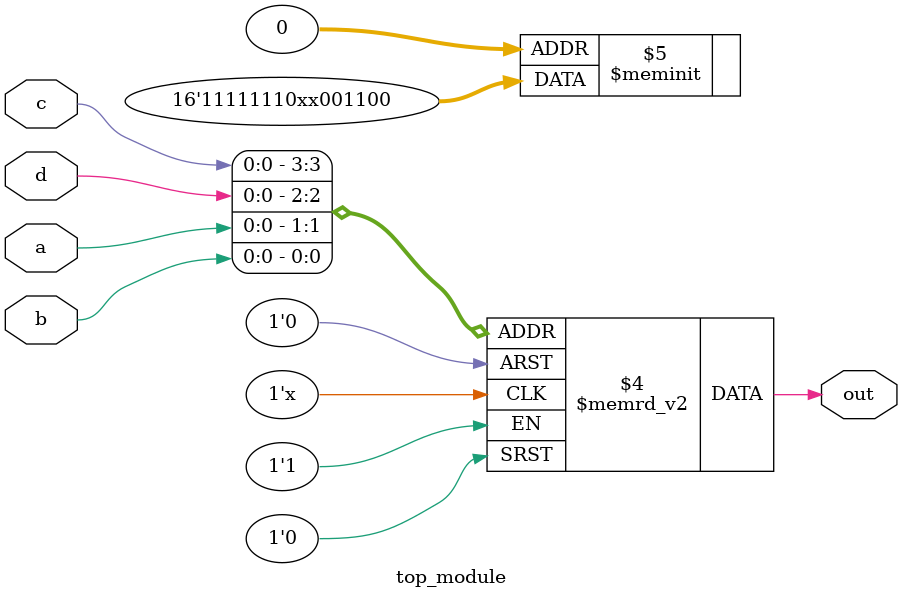
<source format=sv>
module top_module (
    input a, 
    input b,
    input c,
    input d,
    output reg out
);

always @(*) begin
    case ({c, d, a, b})
        4'b0001: out = 1'b0;    // 00 | 01
        4'b0010: out = 1'b1;    // 00 | 10
        4'b0011: out = 1'b1;    // 00 | 11
        4'b0100: out = 1'b0;    // 01 | 00
        4'b0110: out = 1'bx;    // 01 | 10 (don't-care)
        4'b0111: out = 1'bx;    // 01 | 11 (don't-care)
        4'b1100: out = 1'b1;    // 11 | 00
        4'b1101: out = 1'b1;    // 11 | 01
        4'b1110: out = 1'b1;    // 11 | 10
        4'b1111: out = 1'b1;    // 11 | 11
        4'b1000: out = 1'b0;    // 10 | 00
        4'b1001: out = 1'b1;    // 10 | 01
        4'b1010: out = 1'b1;    // 10 | 10
        4'b1011: out = 1'b1;    // 10 | 11
        default: out = 1'b0;    // Don't-care states can be considered as zeros
    endcase
end

endmodule

</source>
